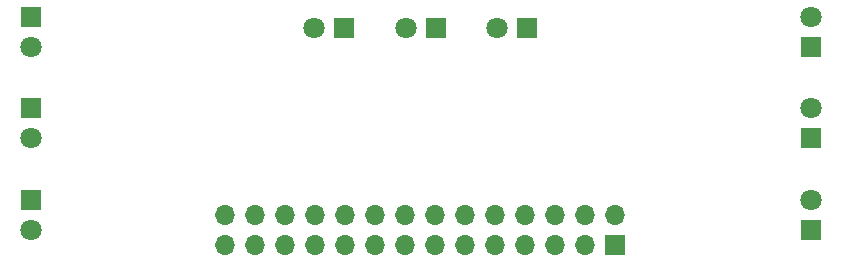
<source format=gbr>
%TF.GenerationSoftware,KiCad,Pcbnew,8.0.1*%
%TF.CreationDate,2024-03-24T15:01:24+02:00*%
%TF.ProjectId,EEE3088_HLDZUH001_Sensing,45454533-3038-4385-9f48-4c445a554830,rev?*%
%TF.SameCoordinates,Original*%
%TF.FileFunction,Soldermask,Bot*%
%TF.FilePolarity,Negative*%
%FSLAX46Y46*%
G04 Gerber Fmt 4.6, Leading zero omitted, Abs format (unit mm)*
G04 Created by KiCad (PCBNEW 8.0.1) date 2024-03-24 15:01:24*
%MOMM*%
%LPD*%
G01*
G04 APERTURE LIST*
%ADD10R,1.800000X1.800000*%
%ADD11C,1.800000*%
%ADD12R,1.700000X1.700000*%
%ADD13O,1.700000X1.700000*%
G04 APERTURE END LIST*
D10*
%TO.C,D3*%
X215025000Y-93525000D03*
D11*
X215025000Y-90985000D03*
%TD*%
%TO.C,D9*%
X215025000Y-83235000D03*
D10*
X215025000Y-85775000D03*
%TD*%
%TO.C,D8*%
X183275000Y-76475000D03*
D11*
X180735000Y-76475000D03*
%TD*%
D10*
%TO.C,D7*%
X148975000Y-83225000D03*
D11*
X148975000Y-85765000D03*
%TD*%
D12*
%TO.C,J2*%
X198450000Y-94790000D03*
D13*
X198450000Y-92250000D03*
X195910000Y-94790000D03*
X195910000Y-92250000D03*
X193370000Y-94790000D03*
X193370000Y-92250000D03*
X190830000Y-94790000D03*
X190830000Y-92250000D03*
X188290000Y-94790000D03*
X188290000Y-92250000D03*
X185750000Y-94790000D03*
X185750000Y-92250000D03*
X183210000Y-94790000D03*
X183210000Y-92250000D03*
X180670000Y-94790000D03*
X180670000Y-92250000D03*
X178130000Y-94790000D03*
X178130000Y-92250000D03*
X175590000Y-94790000D03*
X175590000Y-92250000D03*
X173050000Y-94790000D03*
X173050000Y-92250000D03*
X170510000Y-94790000D03*
X170510000Y-92250000D03*
X167970000Y-94790000D03*
X167970000Y-92250000D03*
X165430000Y-94790000D03*
X165430000Y-92250000D03*
%TD*%
D10*
%TO.C,D6*%
X215025000Y-78025000D03*
D11*
X215025000Y-75485000D03*
%TD*%
D10*
%TO.C,D5*%
X175525000Y-76475000D03*
D11*
X172985000Y-76475000D03*
%TD*%
D10*
%TO.C,D4*%
X148975000Y-90975000D03*
D11*
X148975000Y-93515000D03*
%TD*%
D10*
%TO.C,D2*%
X191025000Y-76475000D03*
D11*
X188485000Y-76475000D03*
%TD*%
D10*
%TO.C,D1*%
X148975000Y-75475000D03*
D11*
X148975000Y-78015000D03*
%TD*%
M02*

</source>
